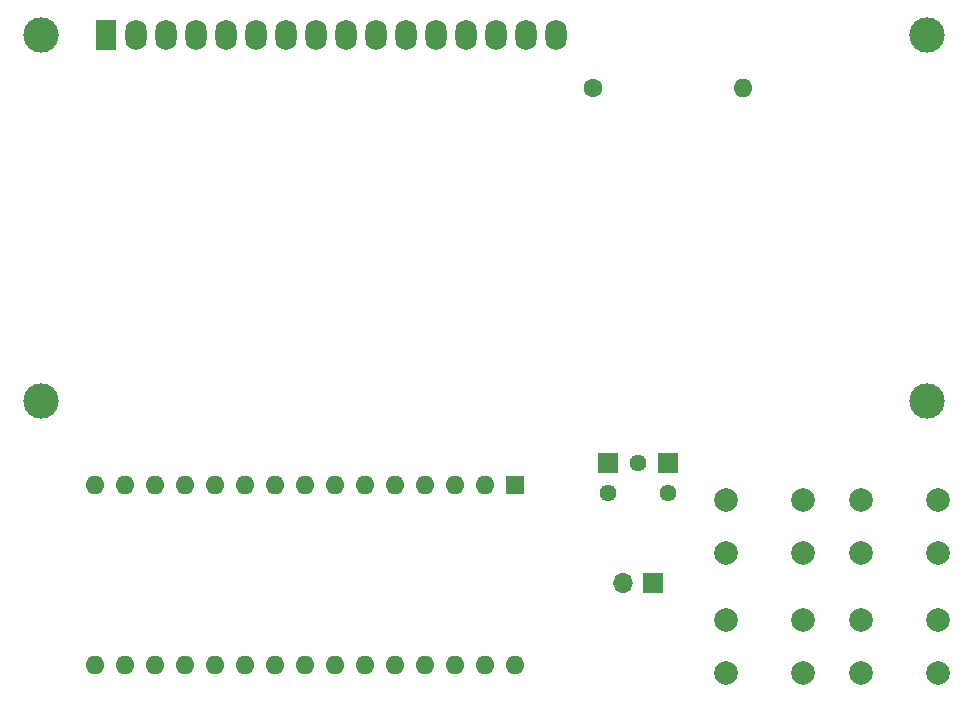
<source format=gbr>
%TF.GenerationSoftware,KiCad,Pcbnew,(5.1.9)-1*%
%TF.CreationDate,2021-05-01T20:45:07-06:00*%
%TF.ProjectId,decoder,6465636f-6465-4722-9e6b-696361645f70,rev?*%
%TF.SameCoordinates,Original*%
%TF.FileFunction,Soldermask,Top*%
%TF.FilePolarity,Negative*%
%FSLAX46Y46*%
G04 Gerber Fmt 4.6, Leading zero omitted, Abs format (unit mm)*
G04 Created by KiCad (PCBNEW (5.1.9)-1) date 2021-05-01 20:45:07*
%MOMM*%
%LPD*%
G01*
G04 APERTURE LIST*
%ADD10R,1.800000X2.600000*%
%ADD11O,1.800000X2.600000*%
%ADD12C,3.000000*%
%ADD13C,2.000000*%
%ADD14R,1.600000X1.600000*%
%ADD15O,1.600000X1.600000*%
%ADD16R,1.700000X1.700000*%
%ADD17O,1.700000X1.700000*%
%ADD18C,1.440000*%
%ADD19C,1.600000*%
G04 APERTURE END LIST*
D10*
%TO.C,DS1*%
X83205001Y-66560001D03*
D11*
X85745001Y-66560001D03*
X88285001Y-66560001D03*
X90825001Y-66560001D03*
X93365001Y-66560001D03*
X95905001Y-66560001D03*
X98445001Y-66560001D03*
X100985001Y-66560001D03*
X103525001Y-66560001D03*
X106065001Y-66560001D03*
X108605001Y-66560001D03*
X111145001Y-66560001D03*
X113685001Y-66560001D03*
X116225001Y-66560001D03*
X118765001Y-66560001D03*
X121305001Y-66560001D03*
D12*
X77705901Y-66560001D03*
X77705901Y-97560701D03*
X152704481Y-97560701D03*
X152705001Y-66560001D03*
%TD*%
D13*
%TO.C,SW1*%
X142240000Y-105990000D03*
X142240000Y-110490000D03*
X135740000Y-105990000D03*
X135740000Y-110490000D03*
%TD*%
D14*
%TO.C,A1*%
X117834999Y-104695001D03*
D15*
X84814999Y-119935001D03*
X115294999Y-104695001D03*
X87354999Y-119935001D03*
X112754999Y-104695001D03*
X89894999Y-119935001D03*
X110214999Y-104695001D03*
X92434999Y-119935001D03*
X107674999Y-104695001D03*
X94974999Y-119935001D03*
X105134999Y-104695001D03*
X97514999Y-119935001D03*
X102594999Y-104695001D03*
X100054999Y-119935001D03*
X100054999Y-104695001D03*
X102594999Y-119935001D03*
X97514999Y-104695001D03*
X105134999Y-119935001D03*
X94974999Y-104695001D03*
X107674999Y-119935001D03*
X92434999Y-104695001D03*
X110214999Y-119935001D03*
X89894999Y-104695001D03*
X112754999Y-119935001D03*
X87354999Y-104695001D03*
X115294999Y-119935001D03*
X84814999Y-104695001D03*
X117834999Y-119935001D03*
X82274999Y-104695001D03*
X82274999Y-119935001D03*
%TD*%
D16*
%TO.C,J2*%
X129540000Y-113030000D03*
D17*
X127000000Y-113030000D03*
%TD*%
D18*
%TO.C,RV1*%
X125730000Y-105410000D03*
X128270000Y-102870000D03*
X130810000Y-105410000D03*
%TD*%
D13*
%TO.C,SW2*%
X135740000Y-120650000D03*
X135740000Y-116150000D03*
X142240000Y-120650000D03*
X142240000Y-116150000D03*
%TD*%
%TO.C,SW3*%
X153670000Y-105990000D03*
X153670000Y-110490000D03*
X147170000Y-105990000D03*
X147170000Y-110490000D03*
%TD*%
%TO.C,SW4*%
X153670000Y-116150000D03*
X153670000Y-120650000D03*
X147170000Y-116150000D03*
X147170000Y-120650000D03*
%TD*%
D19*
%TO.C,R1*%
X124460000Y-71120000D03*
D15*
X137160000Y-71120000D03*
%TD*%
D16*
%TO.C,J1*%
X125730000Y-102870000D03*
%TD*%
%TO.C,J3*%
X130810000Y-102870000D03*
%TD*%
M02*

</source>
